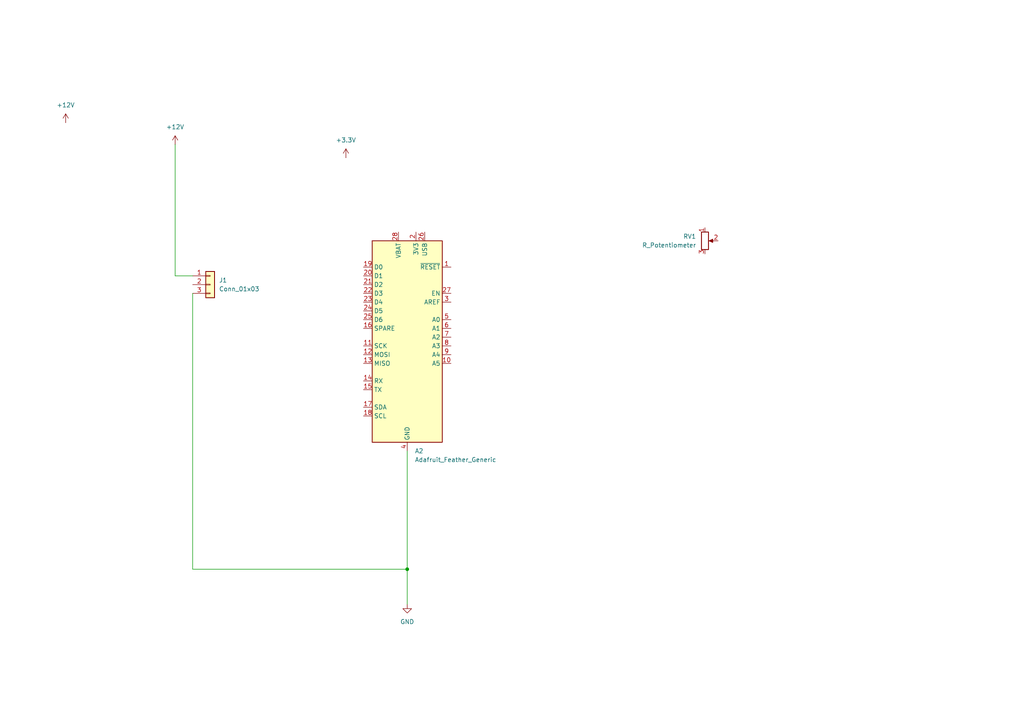
<source format=kicad_sch>
(kicad_sch (version 20231120) (generator "eeschema") (generator_version "8.0")
  (paper "A4")
  (lib_symbols
    (symbol "Connector_Generic:Conn_01x03" (pin_names (offset 1.016) hide)
      (property "Reference" "J" (at 0 5.08 0))
      (property "Value" "Conn_01x03" (at 0 -5.08 0))
      (symbol "Conn_01x03_1_1"
        (rectangle (start -1.27 -2.413) (end 0 -2.667) (stroke (width 0.1524)))
        (rectangle (start -1.27 0.127) (end 0 -0.127) (stroke (width 0.1524)))
        (rectangle (start -1.27 2.667) (end 0 2.413) (stroke (width 0.1524)))
        (rectangle (start -1.27 3.81) (end 1.27 -3.81) (stroke (width 0.254)) (fill (type background)))
        (pin passive line (at -5.08 2.54 0) (length 3.81) (name "Pin_1") (number "1"))
        (pin passive line (at -5.08 0 0) (length 3.81) (name "Pin_2") (number "2"))
        (pin passive line (at -5.08 -2.54 0) (length 3.81) (name "Pin_3") (number "3"))
      )
    )
    (symbol "Device:R_Potentiometer" (pin_names (offset 1.016) hide)
      (property "Reference" "RV" (at -4.445 0 90))
      (property "Value" "R_Potentiometer" (at -2.54 0 90))
      (symbol "R_Potentiometer_0_1"
        (polyline (pts (xy 2.54 0) (xy 1.524 0)))
        (polyline (pts (xy 1.143 0) (xy 2.286 0.508) (xy 2.286 -0.508) (xy 1.143 0)) (fill (type outline)))
        (rectangle (start 1.016 2.54) (end -1.016 -2.54) (stroke (width 0.254)))
      )
      (symbol "R_Potentiometer_1_1"
        (pin passive line (at 0 3.81 270) (length 1.27) (name "1") (number "1"))
        (pin passive line (at 3.81 0 180) (length 1.27) (name "2") (number "2"))
        (pin passive line (at 0 -3.81 90) (length 1.27) (name "3") (number "3"))
      )
    )
    (symbol "MCU_Module:Adafruit_Feather_Generic"
      (property "Reference" "A" (at -10.16 29.21 0))
      (property "Value" "Adafruit_Feather_Generic" (at 2.54 -31.75 0))
      (symbol "Adafruit_Feather_Generic_0_1"
        (rectangle (start -10.16 27.94) (end 10.16 -30.48) (stroke (width 0.254)) (fill (type background)))
      )
      (symbol "Adafruit_Feather_Generic_1_1"
        (pin input line (at 12.7 20.32 180) (length 2.54) (name "~{RESET}") (number "1"))
        (pin bidirectional line (at 12.7 -7.62 180) (length 2.54) (name "A5") (number "10"))
        (pin bidirectional line (at -12.7 -2.54 0) (length 2.54) (name "SCK") (number "11"))
        (pin bidirectional line (at -12.7 -5.08 0) (length 2.54) (name "MOSI") (number "12"))
        (pin bidirectional line (at -12.7 -7.62 0) (length 2.54) (name "MISO") (number "13"))
        (pin bidirectional line (at -12.7 -12.7 0) (length 2.54) (name "RX") (number "14"))
        (pin bidirectional line (at -12.7 -15.24 0) (length 2.54) (name "TX") (number "15"))
        (pin bidirectional line (at -12.7 2.54 0) (length 2.54) (name "SPARE") (number "16"))
        (pin bidirectional line (at -12.7 -20.32 0) (length 2.54) (name "SDA") (number "17"))
        (pin bidirectional line (at -12.7 -22.86 0) (length 2.54) (name "SCL") (number "18"))
        (pin bidirectional line (at -12.7 20.32 0) (length 2.54) (name "D0") (number "19"))
        (pin power_in line (at 2.54 30.48 270) (length 2.54) (name "3V3") (number "2"))
        (pin bidirectional line (at -12.7 17.78 0) (length 2.54) (name "D1") (number "20"))
        (pin bidirectional line (at -12.7 15.24 0) (length 2.54) (name "D2") (number "21"))
        (pin bidirectional line (at -12.7 12.7 0) (length 2.54) (name "D3") (number "22"))
        (pin bidirectional line (at -12.7 10.16 0) (length 2.54) (name "D4") (number "23"))
        (pin bidirectional line (at -12.7 7.62 0) (length 2.54) (name "D5") (number "24"))
        (pin bidirectional line (at -12.7 5.08 0) (length 2.54) (name "D6") (number "25"))
        (pin power_in line (at 5.08 30.48 270) (length 2.54) (name "USB") (number "26"))
        (pin input line (at 12.7 12.7 180) (length 2.54) (name "EN") (number "27"))
        (pin power_in line (at -2.54 30.48 270) (length 2.54) (name "VBAT") (number "28"))
        (pin input line (at 12.7 10.16 180) (length 2.54) (name "AREF") (number "3"))
        (pin power_in line (at 0 -33.02 90) (length 2.54) (name "GND") (number "4"))
        (pin bidirectional line (at 12.7 5.08 180) (length 2.54) (name "A0") (number "5"))
        (pin bidirectional line (at 12.7 2.54 180) (length 2.54) (name "A1") (number "6"))
        (pin bidirectional line (at 12.7 0 180) (length 2.54) (name "A2") (number "7"))
        (pin bidirectional line (at 12.7 -2.54 180) (length 2.54) (name "A3") (number "8"))
        (pin bidirectional line (at 12.7 -5.08 180) (length 2.54) (name "A4") (number "9"))
      )
    )
    (symbol "power:+12V" (power) (pin_numbers hide) (pin_names (offset 0) hide)
      (property "Value" "+12V" (at 0 3.556 0))
      (symbol "+12V_0_1"
        (polyline (pts (xy -0.762 1.27) (xy 0 2.54)))
        (polyline (pts (xy 0 0) (xy 0 2.54)))
        (polyline (pts (xy 0 2.54) (xy 0.762 1.27)))
      )
      (symbol "+12V_1_1"
        (pin power_in line (at 0 0 90) (length 0) (name "~") (number "1"))
      )
    )
    (symbol "power:+3.3V" (power) (pin_numbers hide) (pin_names (offset 0) hide)
      (property "Value" "+3.3V" (at 0 3.556 0))
      (symbol "+3.3V_0_1"
        (polyline (pts (xy -0.762 1.27) (xy 0 2.54)))
        (polyline (pts (xy 0 0) (xy 0 2.54)))
        (polyline (pts (xy 0 2.54) (xy 0.762 1.27)))
      )
      (symbol "+3.3V_1_1"
        (pin power_in line (at 0 0 90) (length 0) (name "~") (number "1"))
      )
    )
    (symbol "power:GND" (power) (pin_numbers hide) (pin_names (offset 0) hide)
      (property "Value" "GND" (at 0 -3.81 0))
      (symbol "GND_0_1"
        (polyline (pts (xy 0 0) (xy 0 -1.27) (xy 1.27 -1.27) (xy 0 -2.54) (xy -1.27 -1.27) (xy 0 -1.27)))
      )
      (symbol "GND_1_1"
        (pin power_in line (at 0 0 270) (length 0) (name "~") (number "1"))
      )
    )
  )
  (junction (at 118.11 165.1))
  (wire (pts (xy 118.11 130.81) (xy 118.11 165.1)))
  (wire (pts (xy 50.8 41.91) (xy 50.8 80.01)))
  (wire (pts (xy 50.8 80.01) (xy 55.88 80.01)))
  (wire (pts (xy 55.88 85.09) (xy 55.88 165.1)))
  (wire (pts (xy 55.88 165.1) (xy 118.11 165.1)))
  (wire (pts (xy 118.11 165.1) (xy 118.11 175.26)))
  (symbol (lib_id "power:+3.3V") (at 100.33 45.72 0) (unit 1)
    (property "Reference" "#PWR04" (effects (hide yes)))
    (property "Value" "+3.3V" (at 100.33 40.64 0))
    (property "Description" "Power symbol creates a global label with name \"+3.3V\"" (effects (hide yes)))
  )
  (symbol (lib_id "power:+12V") (at 19.05 35.56 0) (unit 1)
    (property "Reference" "#PWR01" (effects (hide yes)))
    (property "Value" "+12V" (at 19.05 30.48 0))
    (property "Description" "Power symbol creates a global label with name \"+12V\"" (effects (hide yes)))
  )
  (symbol (lib_id "power:+12V") (at 50.8 41.91 0) (unit 1)
    (property "Reference" "#PWR03" (effects (hide yes)))
    (property "Value" "+12V" (at 50.8 36.83 0))
    (property "Description" "Power symbol creates a global label with name \"+12V\"" (effects (hide yes)))
  )
  (symbol (lib_id "Connector_Generic:Conn_01x03") (at 60.96 82.55 0) (unit 1)
    (property "Reference" "J1" (at 63.5 81.2799 0) (effects (justify left)))
    (property "Value" "Conn_01x03" (at 63.5 83.8199 0) (effects (justify left)))
    (property "Description" "Generic connector, single row, 01x03, script generated (kicad-library-utils/schlib/autogen/connector/)" (effects (hide yes)))
  )
  (symbol (lib_id "MCU_Module:Adafruit_Feather_Generic") (at 118.11 97.79 0) (unit 1)
    (property "Reference" "A2" (at 120.3041 130.81 0) (effects (justify left)))
    (property "Value" "Adafruit_Feather_Generic" (at 120.3041 133.35 0) (effects (justify left)))
    (property "Footprint" "Module:Adafruit_Feather" (effects (hide yes)))
    (property "Datasheet" "https://cdn-learn.adafruit.com/downloads/pdf/adafruit-feather.pdf" (effects (hide yes)))
    (property "Description" "Microcontroller module in various flavor, generic symbol" (effects (hide yes)))
  )
  (symbol (lib_id "power:GND") (at 118.11 175.26 0) (unit 1)
    (property "Reference" "#PWR02" (effects (hide yes)))
    (property "Value" "GND" (at 118.11 180.34 0))
    (property "Description" "Power symbol creates a global label with name \"GND\" , ground" (effects (hide yes)))
  )
  (symbol (lib_id "Device:R_Potentiometer") (at 204.47 69.85 0) (unit 1)
    (property "Reference" "RV1" (at 201.93 68.5799 0) (effects (justify right)))
    (property "Value" "R_Potentiometer" (at 201.93 71.1199 0) (effects (justify right)))
    (property "Description" "Potentiometer" (effects (hide yes)))
  )
)
</source>
